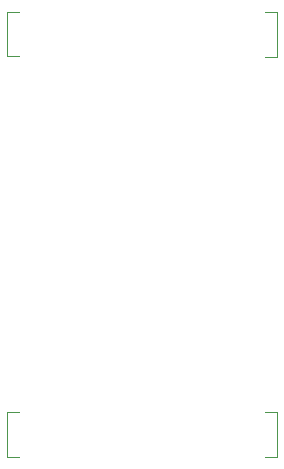
<source format=gto>
G04*
G04 #@! TF.GenerationSoftware,Altium Limited,Altium Designer,21.6.4 (81)*
G04*
G04 Layer_Color=65535*
%FSLAX44Y44*%
%MOMM*%
G71*
G04*
G04 #@! TF.SameCoordinates,2686D9AD-387F-486B-B8E0-4D59B8EDC849*
G04*
G04*
G04 #@! TF.FilePolarity,Positive*
G04*
G01*
G75*
%ADD10C,0.1200*%
%ADD11C,0.1200*%
G54D10*
X353904Y351454D02*
X363904Y351454D01*
X353904Y389300D02*
X363904Y389300D01*
G54D11*
X364000Y351500D02*
Y389300D01*
X136000D02*
X146000D01*
X136000Y351500D02*
Y389300D01*
Y351500D02*
X146000D01*
X136000Y12300D02*
X146000D01*
X136000Y50100D02*
X146000D01*
X354000D02*
X364000D01*
X354000Y12300D02*
X364000D01*
Y50100D01*
X136000Y12300D02*
Y50100D01*
X354000D02*
X364000D01*
X136000D02*
X146000D01*
X136000Y351500D02*
X146000D01*
M02*

</source>
